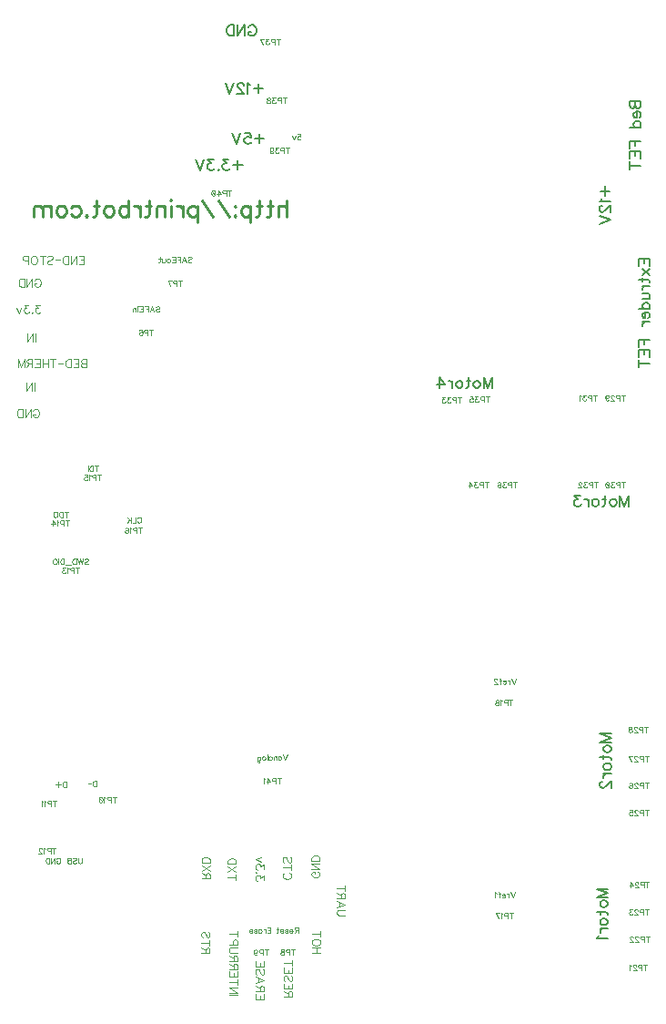
<source format=gbr>
G04 DipTrace 2.4.0.2*
%INBottomSilk.gbr*%
%MOIN*%
%ADD12C,0.003*%
%ADD167C,0.0062*%
%ADD169C,0.0046*%
%ADD170C,0.0093*%
%FSLAX44Y44*%
G04*
G70*
G90*
G75*
G01*
%LNBotSilk*%
%LPD*%
X9131Y31002D2*
D12*
Y30801D1*
X9198Y31002D2*
X9064D1*
X9002Y30897D2*
X8916D1*
X8887Y30906D1*
X8878Y30916D1*
X8868Y30935D1*
Y30964D1*
X8878Y30983D1*
X8887Y30993D1*
X8916Y31002D1*
X9002D1*
Y30801D1*
X8692Y30973D2*
X8701Y30992D1*
X8730Y31002D1*
X8749D1*
X8778Y30992D1*
X8797Y30964D1*
X8806Y30916D1*
Y30868D1*
X8797Y30830D1*
X8778Y30811D1*
X8749Y30801D1*
X8739D1*
X8711Y30811D1*
X8692Y30830D1*
X8682Y30859D1*
Y30868D1*
X8692Y30897D1*
X8711Y30916D1*
X8739Y30925D1*
X8749D1*
X8778Y30916D1*
X8797Y30897D1*
X8806Y30868D1*
X9291Y31834D2*
X9310Y31853D1*
X9338Y31863D1*
X9377D1*
X9405Y31853D1*
X9425Y31834D1*
Y31815D1*
X9415Y31796D1*
X9405Y31786D1*
X9386Y31777D1*
X9329Y31758D1*
X9310Y31748D1*
X9300Y31738D1*
X9291Y31719D1*
Y31691D1*
X9310Y31672D1*
X9338Y31662D1*
X9377D1*
X9405Y31672D1*
X9425Y31691D1*
X9076Y31662D2*
X9152Y31863D1*
X9229Y31662D1*
X9200Y31729D2*
X9104D1*
X8889Y31863D2*
X9014D1*
Y31662D1*
Y31767D2*
X8937D1*
X8703Y31863D2*
X8828D1*
Y31662D1*
X8703D1*
X8828Y31767D2*
X8751D1*
X8642Y31863D2*
X8632Y31853D1*
X8622Y31863D1*
X8632Y31873D1*
X8642Y31863D1*
X8632Y31796D2*
Y31662D1*
X8561Y31796D2*
Y31662D1*
Y31758D2*
X8532Y31786D1*
X8513Y31796D1*
X8484D1*
X8465Y31786D1*
X8455Y31758D1*
Y31662D1*
X10196Y32812D2*
Y32611D1*
X10263Y32812D2*
X10129D1*
X10067Y32707D2*
X9981D1*
X9952Y32716D1*
X9943Y32726D1*
X9933Y32745D1*
Y32774D1*
X9943Y32793D1*
X9952Y32803D1*
X9981Y32812D1*
X10067D1*
Y32611D1*
X9833D2*
X9737Y32812D1*
X9871D1*
X10472Y33644D2*
X10491Y33663D1*
X10520Y33673D1*
X10558D1*
X10587Y33663D1*
X10606Y33644D1*
Y33625D1*
X10597Y33606D1*
X10587Y33596D1*
X10568Y33587D1*
X10511Y33568D1*
X10491Y33558D1*
X10482Y33548D1*
X10472Y33529D1*
Y33501D1*
X10491Y33482D1*
X10520Y33472D1*
X10558D1*
X10587Y33482D1*
X10606Y33501D1*
X10257Y33472D2*
X10334Y33673D1*
X10411Y33472D1*
X10382Y33539D2*
X10286D1*
X10071Y33673D2*
X10196D1*
Y33472D1*
Y33577D2*
X10119D1*
X9885Y33673D2*
X10009D1*
Y33472D1*
X9885D1*
X10009Y33577D2*
X9933D1*
X9776Y33606D2*
X9795Y33596D1*
X9814Y33577D1*
X9823Y33548D1*
Y33529D1*
X9814Y33501D1*
X9795Y33482D1*
X9776Y33472D1*
X9747D1*
X9728Y33482D1*
X9709Y33501D1*
X9699Y33529D1*
Y33548D1*
X9709Y33577D1*
X9728Y33596D1*
X9747Y33606D1*
X9776D1*
X9637D2*
Y33510D1*
X9628Y33482D1*
X9608Y33472D1*
X9580D1*
X9561Y33482D1*
X9532Y33510D1*
Y33606D2*
Y33472D1*
X9441Y33673D2*
Y33510D1*
X9432Y33482D1*
X9413Y33472D1*
X9394D1*
X9470Y33606D2*
X9403D1*
X14325Y8333D2*
Y8132D1*
X14392Y8333D2*
X14258D1*
X14197Y8227D2*
X14110D1*
X14082Y8237D1*
X14072Y8247D1*
X14063Y8266D1*
Y8294D1*
X14072Y8313D1*
X14082Y8323D1*
X14110Y8333D1*
X14197D1*
Y8132D1*
X13953Y8332D2*
X13982Y8323D1*
X13991Y8304D1*
Y8285D1*
X13982Y8266D1*
X13963Y8256D1*
X13924Y8246D1*
X13896Y8237D1*
X13877Y8218D1*
X13867Y8199D1*
Y8170D1*
X13877Y8151D1*
X13886Y8141D1*
X13915Y8132D1*
X13953D1*
X13982Y8141D1*
X13991Y8151D1*
X14001Y8170D1*
Y8199D1*
X13991Y8218D1*
X13972Y8237D1*
X13944Y8246D1*
X13905Y8256D1*
X13886Y8266D1*
X13877Y8285D1*
Y8304D1*
X13886Y8323D1*
X13915Y8332D1*
X13953D1*
X14506Y9047D2*
X14420D1*
X14391Y9057D1*
X14382Y9066D1*
X14372Y9085D1*
Y9105D1*
X14382Y9124D1*
X14391Y9133D1*
X14420Y9143D1*
X14506D1*
Y8942D1*
X14439Y9047D2*
X14372Y8942D1*
X14310Y9018D2*
X14196D1*
Y9038D1*
X14205Y9057D1*
X14215Y9066D1*
X14234Y9076D1*
X14263D1*
X14282Y9066D1*
X14301Y9047D1*
X14310Y9018D1*
Y8999D1*
X14301Y8971D1*
X14282Y8952D1*
X14263Y8942D1*
X14234D1*
X14215Y8952D1*
X14196Y8971D1*
X14029Y9047D2*
X14038Y9066D1*
X14067Y9076D1*
X14096D1*
X14124Y9066D1*
X14134Y9047D1*
X14124Y9028D1*
X14105Y9018D1*
X14057Y9009D1*
X14038Y8999D1*
X14029Y8980D1*
Y8971D1*
X14038Y8952D1*
X14067Y8942D1*
X14096D1*
X14124Y8952D1*
X14134Y8971D1*
X13967Y9018D2*
X13852D1*
Y9038D1*
X13862Y9057D1*
X13871Y9066D1*
X13890Y9076D1*
X13919D1*
X13938Y9066D1*
X13957Y9047D1*
X13967Y9018D1*
Y8999D1*
X13957Y8971D1*
X13938Y8952D1*
X13919Y8942D1*
X13890D1*
X13871Y8952D1*
X13852Y8971D1*
X13762Y9143D2*
Y8980D1*
X13752Y8952D1*
X13733Y8942D1*
X13714D1*
X13790Y9076D2*
X13723D1*
X13337Y8324D2*
Y8123D1*
X13404Y8324D2*
X13270D1*
X13208Y8219D2*
X13122D1*
X13094Y8228D1*
X13084Y8238D1*
X13074Y8257D1*
Y8286D1*
X13084Y8305D1*
X13094Y8314D1*
X13122Y8324D1*
X13208D1*
Y8123D1*
X12888Y8257D2*
X12898Y8228D1*
X12917Y8209D1*
X12946Y8199D1*
X12955D1*
X12984Y8209D1*
X13003Y8228D1*
X13013Y8257D1*
Y8266D1*
X13003Y8295D1*
X12984Y8314D1*
X12955Y8324D1*
X12946D1*
X12917Y8314D1*
X12898Y8295D1*
X12888Y8257D1*
Y8209D1*
X12898Y8161D1*
X12917Y8132D1*
X12946Y8123D1*
X12965D1*
X12993Y8132D1*
X13003Y8152D1*
X13377Y9133D2*
X13501D1*
Y8932D1*
X13377D1*
X13501Y9037D2*
X13425D1*
X13315Y9066D2*
Y8932D1*
Y9008D2*
X13306Y9037D1*
X13287Y9056D1*
X13267Y9066D1*
X13239D1*
X13062D2*
Y8932D1*
Y9037D2*
X13081Y9056D1*
X13100Y9066D1*
X13129D1*
X13148Y9056D1*
X13167Y9037D1*
X13177Y9008D1*
Y8989D1*
X13167Y8961D1*
X13148Y8942D1*
X13129Y8932D1*
X13100D1*
X13081Y8942D1*
X13062Y8961D1*
X12895Y9037D2*
X12905Y9056D1*
X12933Y9066D1*
X12962D1*
X12991Y9056D1*
X13000Y9037D1*
X12991Y9018D1*
X12972Y9008D1*
X12924Y8999D1*
X12905Y8989D1*
X12895Y8970D1*
Y8961D1*
X12905Y8942D1*
X12933Y8932D1*
X12962D1*
X12991Y8942D1*
X13000Y8961D1*
X12833Y9008D2*
X12719D1*
Y9028D1*
X12728Y9047D1*
X12738Y9056D1*
X12757Y9066D1*
X12786D1*
X12805Y9056D1*
X12824Y9037D1*
X12833Y9008D1*
Y8989D1*
X12824Y8961D1*
X12805Y8942D1*
X12786Y8932D1*
X12757D1*
X12738Y8942D1*
X12719Y8961D1*
X7773Y13920D2*
Y13719D1*
X7840Y13920D2*
X7706D1*
X7644Y13814D2*
X7558D1*
X7530Y13824D1*
X7520Y13834D1*
X7510Y13853D1*
Y13881D1*
X7520Y13900D1*
X7530Y13910D1*
X7558Y13920D1*
X7644D1*
Y13719D1*
X7449Y13881D2*
X7429Y13891D1*
X7401Y13919D1*
Y13719D1*
X7281Y13919D2*
X7310Y13910D1*
X7329Y13881D1*
X7339Y13833D1*
Y13805D1*
X7329Y13757D1*
X7310Y13728D1*
X7281Y13719D1*
X7262D1*
X7234Y13728D1*
X7215Y13757D1*
X7205Y13805D1*
Y13833D1*
X7215Y13881D1*
X7234Y13910D1*
X7262Y13919D1*
X7281D1*
X7215Y13881D2*
X7329Y13757D1*
X7113Y14493D2*
Y14292D1*
X7046D1*
X7017Y14302D1*
X6998Y14321D1*
X6989Y14340D1*
X6979Y14368D1*
Y14416D1*
X6989Y14445D1*
X6998Y14464D1*
X7017Y14483D1*
X7046Y14493D1*
X7113D1*
X6917Y14392D2*
X6807D1*
X5590Y13775D2*
Y13574D1*
X5657Y13775D2*
X5523D1*
X5461Y13669D2*
X5375D1*
X5347Y13679D1*
X5337Y13689D1*
X5327Y13708D1*
Y13736D1*
X5337Y13755D1*
X5347Y13765D1*
X5375Y13775D1*
X5461D1*
Y13574D1*
X5266Y13736D2*
X5246Y13746D1*
X5218Y13774D1*
Y13574D1*
X5156Y13736D2*
X5137Y13746D1*
X5108Y13774D1*
Y13574D1*
X6004Y14473D2*
Y14272D1*
X5937D1*
X5908Y14282D1*
X5889Y14301D1*
X5880Y14320D1*
X5870Y14348D1*
Y14396D1*
X5880Y14425D1*
X5889Y14444D1*
X5908Y14463D1*
X5937Y14473D1*
X6004D1*
X5722Y14458D2*
Y14286D1*
X5808Y14372D2*
X5636D1*
X5566Y12053D2*
Y11852D1*
X5633Y12053D2*
X5499D1*
X5438Y11948D2*
X5351D1*
X5323Y11958D1*
X5313Y11967D1*
X5304Y11986D1*
Y12015D1*
X5313Y12034D1*
X5323Y12044D1*
X5351Y12053D1*
X5438D1*
Y11852D1*
X5242Y12015D2*
X5223Y12025D1*
X5194Y12053D1*
Y11852D1*
X5122Y12005D2*
Y12015D1*
X5113Y12034D1*
X5103Y12044D1*
X5084Y12053D1*
X5046D1*
X5027Y12044D1*
X5017Y12034D1*
X5008Y12015D1*
Y11996D1*
X5017Y11977D1*
X5036Y11948D1*
X5132Y11852D1*
X4998D1*
X6581Y11683D2*
Y11539D1*
X6571Y11511D1*
X6552Y11492D1*
X6523Y11482D1*
X6504D1*
X6476Y11492D1*
X6456Y11511D1*
X6447Y11539D1*
Y11683D1*
X6251Y11654D2*
X6270Y11673D1*
X6299Y11683D1*
X6337D1*
X6366Y11673D1*
X6385Y11654D1*
Y11635D1*
X6375Y11616D1*
X6366Y11606D1*
X6347Y11597D1*
X6289Y11578D1*
X6270Y11568D1*
X6261Y11558D1*
X6251Y11539D1*
Y11511D1*
X6270Y11492D1*
X6299Y11482D1*
X6337D1*
X6366Y11492D1*
X6385Y11511D1*
X6189Y11683D2*
Y11482D1*
X6103D1*
X6074Y11492D1*
X6065Y11501D1*
X6055Y11520D1*
Y11549D1*
X6065Y11568D1*
X6074Y11578D1*
X6103Y11587D1*
X6074Y11597D1*
X6065Y11606D1*
X6055Y11625D1*
Y11645D1*
X6065Y11664D1*
X6074Y11673D1*
X6103Y11683D1*
X6189D1*
Y11587D2*
X6103D1*
X5656Y11635D2*
X5665Y11654D1*
X5684Y11673D1*
X5703Y11683D1*
X5742D1*
X5761Y11673D1*
X5780Y11654D1*
X5790Y11635D1*
X5799Y11606D1*
Y11558D1*
X5790Y11530D1*
X5780Y11511D1*
X5761Y11492D1*
X5742Y11482D1*
X5703D1*
X5684Y11492D1*
X5665Y11511D1*
X5656Y11530D1*
Y11558D1*
X5703D1*
X5460Y11683D2*
Y11482D1*
X5594Y11683D1*
Y11482D1*
X5398Y11683D2*
Y11482D1*
X5331D1*
X5302Y11492D1*
X5283Y11511D1*
X5274Y11530D1*
X5264Y11558D1*
Y11606D1*
X5274Y11635D1*
X5283Y11654D1*
X5302Y11673D1*
X5331Y11683D1*
X5398D1*
X6431Y22292D2*
Y22091D1*
X6498Y22292D2*
X6364D1*
X6302Y22187D2*
X6216D1*
X6187Y22196D1*
X6177Y22206D1*
X6168Y22225D1*
Y22254D1*
X6177Y22273D1*
X6187Y22283D1*
X6216Y22292D1*
X6302D1*
Y22091D1*
X6106Y22254D2*
X6087Y22263D1*
X6058Y22292D1*
Y22091D1*
X5977Y22292D2*
X5872D1*
X5929Y22215D1*
X5901D1*
X5882Y22206D1*
X5872Y22196D1*
X5862Y22168D1*
Y22149D1*
X5872Y22120D1*
X5891Y22101D1*
X5920Y22091D1*
X5949D1*
X5977Y22101D1*
X5987Y22110D1*
X5996Y22129D1*
X6685Y22594D2*
X6704Y22613D1*
X6733Y22623D1*
X6771D1*
X6800Y22613D1*
X6819Y22594D1*
Y22575D1*
X6810Y22556D1*
X6800Y22546D1*
X6781Y22537D1*
X6724Y22518D1*
X6704Y22508D1*
X6695Y22498D1*
X6685Y22479D1*
Y22451D1*
X6704Y22432D1*
X6733Y22422D1*
X6771D1*
X6800Y22432D1*
X6819Y22451D1*
X6624Y22623D2*
X6576Y22422D1*
X6528Y22623D1*
X6480Y22422D1*
X6432Y22623D1*
X6370D2*
Y22422D1*
X6303D1*
X6275Y22432D1*
X6255Y22451D1*
X6246Y22470D1*
X6236Y22498D1*
Y22546D1*
X6246Y22575D1*
X6255Y22594D1*
X6275Y22613D1*
X6303Y22623D1*
X6370D1*
X6175Y22389D2*
X5993D1*
X5931Y22623D2*
Y22422D1*
X5864D1*
X5835Y22432D1*
X5816Y22451D1*
X5807Y22470D1*
X5797Y22498D1*
Y22546D1*
X5807Y22575D1*
X5816Y22594D1*
X5835Y22613D1*
X5864Y22623D1*
X5931D1*
X5735D2*
Y22422D1*
X5616Y22623D2*
X5635Y22613D1*
X5654Y22594D1*
X5664Y22575D1*
X5674Y22546D1*
Y22498D1*
X5664Y22470D1*
X5654Y22451D1*
X5635Y22432D1*
X5616Y22422D1*
X5578D1*
X5559Y22432D1*
X5540Y22451D1*
X5530Y22470D1*
X5521Y22498D1*
Y22546D1*
X5530Y22575D1*
X5540Y22594D1*
X5559Y22613D1*
X5578Y22623D1*
X5616D1*
X6045Y24022D2*
Y23821D1*
X6112Y24022D2*
X5978D1*
X5917Y23917D2*
X5830D1*
X5802Y23926D1*
X5792Y23936D1*
X5783Y23955D1*
Y23984D1*
X5792Y24003D1*
X5802Y24013D1*
X5830Y24022D1*
X5917D1*
Y23821D1*
X5721Y23984D2*
X5702Y23993D1*
X5673Y24022D1*
Y23821D1*
X5515D2*
Y24022D1*
X5611Y23888D1*
X5468D1*
X6015Y24353D2*
Y24152D1*
X6082Y24353D2*
X5948D1*
X5886D2*
Y24152D1*
X5820D1*
X5791Y24162D1*
X5772Y24181D1*
X5762Y24200D1*
X5753Y24228D1*
Y24276D1*
X5762Y24305D1*
X5772Y24324D1*
X5791Y24343D1*
X5820Y24353D1*
X5886D1*
X5633D2*
X5653Y24343D1*
X5672Y24324D1*
X5681Y24305D1*
X5691Y24276D1*
Y24228D1*
X5681Y24200D1*
X5672Y24181D1*
X5653Y24162D1*
X5633Y24152D1*
X5595D1*
X5576Y24162D1*
X5557Y24181D1*
X5547Y24200D1*
X5538Y24228D1*
Y24276D1*
X5547Y24305D1*
X5557Y24324D1*
X5576Y24343D1*
X5595Y24353D1*
X5633D1*
X7231Y25692D2*
Y25491D1*
X7298Y25692D2*
X7164D1*
X7102Y25587D2*
X7016D1*
X6987Y25596D1*
X6977Y25606D1*
X6968Y25625D1*
Y25654D1*
X6977Y25673D1*
X6987Y25683D1*
X7016Y25692D1*
X7102D1*
Y25491D1*
X6906Y25654D2*
X6887Y25663D1*
X6858Y25692D1*
Y25491D1*
X6682Y25692D2*
X6777D1*
X6787Y25606D1*
X6777Y25615D1*
X6748Y25625D1*
X6720D1*
X6691Y25615D1*
X6672Y25596D1*
X6662Y25568D1*
Y25549D1*
X6672Y25520D1*
X6691Y25501D1*
X6720Y25491D1*
X6748D1*
X6777Y25501D1*
X6787Y25510D1*
X6796Y25529D1*
X7129Y26023D2*
Y25822D1*
X7196Y26023D2*
X7062D1*
X7000D2*
Y25822D1*
X6933D1*
X6904Y25832D1*
X6885Y25851D1*
X6876Y25870D1*
X6866Y25898D1*
Y25946D1*
X6876Y25975D1*
X6885Y25994D1*
X6904Y26013D1*
X6933Y26023D1*
X7000D1*
X6804D2*
Y25822D1*
X8726Y23762D2*
Y23561D1*
X8793Y23762D2*
X8659D1*
X8597Y23657D2*
X8511D1*
X8482Y23666D1*
X8473Y23676D1*
X8463Y23695D1*
Y23724D1*
X8473Y23743D1*
X8482Y23753D1*
X8511Y23762D1*
X8597D1*
Y23561D1*
X8401Y23724D2*
X8382Y23733D1*
X8353Y23762D1*
Y23561D1*
X8177Y23733D2*
X8186Y23752D1*
X8215Y23762D1*
X8234D1*
X8263Y23752D1*
X8282Y23724D1*
X8292Y23676D1*
Y23628D1*
X8282Y23590D1*
X8263Y23571D1*
X8234Y23561D1*
X8225D1*
X8196Y23571D1*
X8177Y23590D1*
X8167Y23619D1*
Y23628D1*
X8177Y23657D1*
X8196Y23676D1*
X8225Y23685D1*
X8234D1*
X8263Y23676D1*
X8282Y23657D1*
X8292Y23628D1*
X8614Y24105D2*
X8624Y24124D1*
X8643Y24143D1*
X8662Y24153D1*
X8700D1*
X8720Y24143D1*
X8739Y24124D1*
X8748Y24105D1*
X8758Y24076D1*
Y24028D1*
X8748Y24000D1*
X8739Y23981D1*
X8720Y23962D1*
X8700Y23952D1*
X8662D1*
X8643Y23962D1*
X8624Y23981D1*
X8614Y24000D1*
X8553Y24153D2*
Y23952D1*
X8438D1*
X8376Y24153D2*
Y23952D1*
X8242Y24153D2*
X8376Y24019D1*
X8328Y24067D2*
X8242Y23952D1*
X22311Y9662D2*
Y9461D1*
X22378Y9662D2*
X22244D1*
X22182Y9557D2*
X22096D1*
X22067Y9566D1*
X22057Y9576D1*
X22048Y9595D1*
Y9624D1*
X22057Y9643D1*
X22067Y9653D1*
X22096Y9662D1*
X22182D1*
Y9461D1*
X21986Y9624D2*
X21967Y9633D1*
X21938Y9662D1*
Y9461D1*
X21838D2*
X21742Y9662D1*
X21876D1*
X22448Y10423D2*
X22371Y10222D1*
X22295Y10423D1*
X22233Y10356D2*
Y10222D1*
Y10298D2*
X22223Y10327D1*
X22204Y10346D1*
X22185Y10356D1*
X22157D1*
X22095Y10298D2*
X21980D1*
Y10318D1*
X21990Y10337D1*
X21999Y10346D1*
X22018Y10356D1*
X22047D1*
X22066Y10346D1*
X22085Y10327D1*
X22095Y10298D1*
Y10279D1*
X22085Y10251D1*
X22066Y10232D1*
X22047Y10222D1*
X22018D1*
X21999Y10232D1*
X21980Y10251D1*
X21842Y10423D2*
X21861D1*
X21880Y10413D1*
X21890Y10385D1*
Y10222D1*
X21918Y10356D2*
X21851D1*
X21780Y10384D2*
X21761Y10394D1*
X21732Y10423D1*
Y10222D1*
X22300Y17462D2*
Y17261D1*
X22367Y17462D2*
X22233D1*
X22172Y17357D2*
X22086D1*
X22057Y17366D1*
X22047Y17376D1*
X22038Y17395D1*
Y17424D1*
X22047Y17443D1*
X22057Y17453D1*
X22086Y17462D1*
X22172D1*
Y17261D1*
X21976Y17424D2*
X21957Y17433D1*
X21928Y17462D1*
Y17261D1*
X21819Y17462D2*
X21847Y17452D1*
X21857Y17433D1*
Y17414D1*
X21847Y17395D1*
X21828Y17385D1*
X21790Y17376D1*
X21761Y17366D1*
X21742Y17347D1*
X21733Y17328D1*
Y17299D1*
X21742Y17280D1*
X21752Y17271D1*
X21780Y17261D1*
X21819D1*
X21847Y17271D1*
X21857Y17280D1*
X21866Y17299D1*
Y17328D1*
X21857Y17347D1*
X21838Y17366D1*
X21809Y17376D1*
X21771Y17385D1*
X21752Y17395D1*
X21742Y17414D1*
Y17433D1*
X21752Y17452D1*
X21780Y17462D1*
X21819D1*
X22481Y18253D2*
X22404Y18052D1*
X22328Y18253D1*
X22266Y18186D2*
Y18052D1*
Y18128D2*
X22256Y18157D1*
X22237Y18176D1*
X22218Y18186D1*
X22190D1*
X22128Y18128D2*
X22013D1*
Y18148D1*
X22023Y18167D1*
X22032Y18176D1*
X22051Y18186D1*
X22080D1*
X22099Y18176D1*
X22118Y18157D1*
X22128Y18128D1*
Y18109D1*
X22118Y18081D1*
X22099Y18062D1*
X22080Y18052D1*
X22051D1*
X22032Y18062D1*
X22013Y18081D1*
X21875Y18253D2*
X21894D1*
X21913Y18243D1*
X21923Y18215D1*
Y18052D1*
X21951Y18186D2*
X21884D1*
X21803Y18205D2*
Y18214D1*
X21794Y18234D1*
X21784Y18243D1*
X21765Y18253D1*
X21727D1*
X21708Y18243D1*
X21698Y18234D1*
X21689Y18214D1*
Y18195D1*
X21698Y18176D1*
X21717Y18148D1*
X21813Y18052D1*
X21679D1*
X27230Y7767D2*
Y7566D1*
X27297Y7767D2*
X27163D1*
X27101Y7662D2*
X27015D1*
X26986Y7671D1*
X26977Y7681D1*
X26967Y7700D1*
Y7729D1*
X26977Y7748D1*
X26986Y7758D1*
X27015Y7767D1*
X27101D1*
Y7566D1*
X26896Y7719D2*
Y7729D1*
X26886Y7748D1*
X26877Y7757D1*
X26857Y7767D1*
X26819D1*
X26800Y7757D1*
X26791Y7748D1*
X26781Y7729D1*
Y7710D1*
X26791Y7690D1*
X26810Y7662D1*
X26905Y7566D1*
X26771D1*
X26710Y7729D2*
X26690Y7738D1*
X26662Y7767D1*
Y7566D1*
X27305Y8817D2*
Y8616D1*
X27372Y8817D2*
X27238D1*
X27176Y8712D2*
X27090D1*
X27062Y8721D1*
X27052Y8731D1*
X27043Y8750D1*
Y8779D1*
X27052Y8798D1*
X27062Y8808D1*
X27090Y8817D1*
X27176D1*
Y8616D1*
X26971Y8769D2*
Y8779D1*
X26962Y8798D1*
X26952Y8807D1*
X26933Y8817D1*
X26895D1*
X26876Y8807D1*
X26866Y8798D1*
X26856Y8779D1*
Y8760D1*
X26866Y8740D1*
X26885Y8712D1*
X26981Y8616D1*
X26847D1*
X26775Y8769D2*
Y8779D1*
X26766Y8798D1*
X26756Y8807D1*
X26737Y8817D1*
X26699D1*
X26680Y8807D1*
X26670Y8798D1*
X26661Y8779D1*
Y8760D1*
X26670Y8740D1*
X26689Y8712D1*
X26785Y8616D1*
X26651D1*
X27285Y9797D2*
Y9596D1*
X27352Y9797D2*
X27218D1*
X27156Y9692D2*
X27070D1*
X27042Y9701D1*
X27032Y9711D1*
X27023Y9730D1*
Y9759D1*
X27032Y9778D1*
X27042Y9788D1*
X27070Y9797D1*
X27156D1*
Y9596D1*
X26951Y9749D2*
Y9759D1*
X26942Y9778D1*
X26932Y9787D1*
X26913Y9797D1*
X26875D1*
X26856Y9787D1*
X26846Y9778D1*
X26836Y9759D1*
Y9740D1*
X26846Y9720D1*
X26865Y9692D1*
X26961Y9596D1*
X26827D1*
X26746Y9797D2*
X26641D1*
X26698Y9720D1*
X26669D1*
X26650Y9711D1*
X26641Y9701D1*
X26631Y9673D1*
Y9654D1*
X26641Y9625D1*
X26660Y9606D1*
X26689Y9596D1*
X26717D1*
X26746Y9606D1*
X26755Y9615D1*
X26765Y9634D1*
X27302Y10797D2*
Y10596D1*
X27369Y10797D2*
X27236D1*
X27174Y10692D2*
X27088D1*
X27059Y10701D1*
X27049Y10711D1*
X27040Y10730D1*
Y10759D1*
X27049Y10778D1*
X27059Y10788D1*
X27088Y10797D1*
X27174D1*
Y10596D1*
X26968Y10749D2*
Y10759D1*
X26959Y10778D1*
X26949Y10787D1*
X26930Y10797D1*
X26892D1*
X26873Y10787D1*
X26863Y10778D1*
X26854Y10759D1*
Y10740D1*
X26863Y10720D1*
X26882Y10692D1*
X26978Y10596D1*
X26844D1*
X26687D2*
Y10797D1*
X26782Y10663D1*
X26639D1*
X27283Y13439D2*
Y13239D1*
X27350Y13439D2*
X27216D1*
X27154Y13334D2*
X27068D1*
X27039Y13344D1*
X27030Y13353D1*
X27020Y13373D1*
Y13401D1*
X27030Y13420D1*
X27039Y13430D1*
X27068Y13439D1*
X27154D1*
Y13239D1*
X26949Y13392D2*
Y13401D1*
X26939Y13420D1*
X26930Y13430D1*
X26910Y13439D1*
X26872D1*
X26853Y13430D1*
X26844Y13420D1*
X26834Y13401D1*
Y13382D1*
X26844Y13363D1*
X26863Y13334D1*
X26958Y13239D1*
X26824D1*
X26648Y13439D2*
X26743D1*
X26753Y13353D1*
X26743Y13363D1*
X26715Y13373D1*
X26686D1*
X26657Y13363D1*
X26638Y13344D1*
X26629Y13315D1*
Y13296D1*
X26638Y13267D1*
X26657Y13248D1*
X26686Y13239D1*
X26715D1*
X26743Y13248D1*
X26753Y13258D1*
X26763Y13277D1*
X27280Y14427D2*
Y14226D1*
X27347Y14427D2*
X27213D1*
X27152Y14322D2*
X27065D1*
X27037Y14331D1*
X27027Y14341D1*
X27018Y14360D1*
Y14389D1*
X27027Y14408D1*
X27037Y14417D1*
X27065Y14427D1*
X27152D1*
Y14226D1*
X26946Y14379D2*
Y14389D1*
X26937Y14408D1*
X26927Y14417D1*
X26908Y14427D1*
X26870D1*
X26851Y14417D1*
X26841Y14408D1*
X26831Y14389D1*
Y14370D1*
X26841Y14350D1*
X26860Y14322D1*
X26956Y14226D1*
X26822D1*
X26645Y14398D2*
X26655Y14417D1*
X26684Y14427D1*
X26703D1*
X26731Y14417D1*
X26751Y14389D1*
X26760Y14341D1*
Y14293D1*
X26751Y14255D1*
X26731Y14236D1*
X26703Y14226D1*
X26693D1*
X26665Y14236D1*
X26645Y14255D1*
X26636Y14284D1*
Y14293D1*
X26645Y14322D1*
X26665Y14341D1*
X26693Y14350D1*
X26703D1*
X26731Y14341D1*
X26751Y14322D1*
X26760Y14293D1*
X27275Y15417D2*
Y15216D1*
X27342Y15417D2*
X27208D1*
X27146Y15312D2*
X27060D1*
X27032Y15321D1*
X27022Y15331D1*
X27013Y15350D1*
Y15379D1*
X27022Y15398D1*
X27032Y15407D1*
X27060Y15417D1*
X27146D1*
Y15216D1*
X26941Y15369D2*
Y15379D1*
X26932Y15398D1*
X26922Y15407D1*
X26903Y15417D1*
X26865D1*
X26846Y15407D1*
X26836Y15398D1*
X26826Y15379D1*
Y15360D1*
X26836Y15340D1*
X26855Y15312D1*
X26951Y15216D1*
X26817D1*
X26717D2*
X26621Y15417D1*
X26755D1*
X27265Y16479D2*
Y16279D1*
X27332Y16479D2*
X27198D1*
X27136Y16374D2*
X27050D1*
X27022Y16384D1*
X27012Y16393D1*
X27002Y16413D1*
Y16441D1*
X27012Y16460D1*
X27022Y16470D1*
X27050Y16479D1*
X27136D1*
Y16279D1*
X26931Y16432D2*
Y16441D1*
X26921Y16460D1*
X26912Y16470D1*
X26893Y16479D1*
X26854D1*
X26835Y16470D1*
X26826Y16460D1*
X26816Y16441D1*
Y16422D1*
X26826Y16403D1*
X26845Y16374D1*
X26941Y16279D1*
X26807D1*
X26697Y16479D2*
X26726Y16470D1*
X26735Y16451D1*
Y16432D1*
X26726Y16413D1*
X26707Y16403D1*
X26668Y16393D1*
X26640Y16384D1*
X26621Y16365D1*
X26611Y16346D1*
Y16317D1*
X26621Y16298D1*
X26630Y16288D1*
X26659Y16279D1*
X26697D1*
X26726Y16288D1*
X26735Y16298D1*
X26745Y16317D1*
Y16346D1*
X26735Y16365D1*
X26716Y16384D1*
X26688Y16393D1*
X26649Y16403D1*
X26630Y16413D1*
X26621Y16432D1*
Y16451D1*
X26630Y16470D1*
X26659Y16479D1*
X26697D1*
X26409Y28617D2*
Y28416D1*
X26476Y28617D2*
X26342D1*
X26280Y28512D2*
X26194D1*
X26165Y28521D1*
X26156Y28531D1*
X26146Y28550D1*
Y28579D1*
X26156Y28598D1*
X26165Y28608D1*
X26194Y28617D1*
X26280D1*
Y28416D1*
X26075Y28569D2*
Y28579D1*
X26065Y28598D1*
X26056Y28607D1*
X26036Y28617D1*
X25998D1*
X25979Y28607D1*
X25970Y28598D1*
X25960Y28579D1*
Y28560D1*
X25970Y28540D1*
X25989Y28512D1*
X26084Y28416D1*
X25950D1*
X25764Y28550D2*
X25774Y28521D1*
X25793Y28502D1*
X25822Y28493D1*
X25831D1*
X25860Y28502D1*
X25879Y28521D1*
X25889Y28550D1*
Y28560D1*
X25879Y28588D1*
X25860Y28607D1*
X25831Y28617D1*
X25822D1*
X25793Y28607D1*
X25774Y28588D1*
X25764Y28550D1*
Y28502D1*
X25774Y28454D1*
X25793Y28426D1*
X25822Y28416D1*
X25841D1*
X25869Y28426D1*
X25879Y28445D1*
X26424Y25430D2*
Y25229D1*
X26491Y25430D2*
X26357D1*
X26295Y25324D2*
X26209D1*
X26180Y25334D1*
X26170Y25344D1*
X26161Y25363D1*
Y25391D1*
X26170Y25410D1*
X26180Y25420D1*
X26209Y25430D1*
X26295D1*
Y25229D1*
X26080Y25429D2*
X25975D1*
X26032Y25353D1*
X26003D1*
X25984Y25343D1*
X25975Y25334D1*
X25965Y25305D1*
Y25286D1*
X25975Y25257D1*
X25994Y25238D1*
X26023Y25229D1*
X26051D1*
X26080Y25238D1*
X26089Y25248D1*
X26099Y25267D1*
X25846Y25429D2*
X25875Y25420D1*
X25894Y25391D1*
X25903Y25343D1*
Y25315D1*
X25894Y25267D1*
X25875Y25238D1*
X25846Y25229D1*
X25827D1*
X25798Y25238D1*
X25779Y25267D1*
X25769Y25315D1*
Y25343D1*
X25779Y25391D1*
X25798Y25420D1*
X25827Y25429D1*
X25846D1*
X25779Y25391D2*
X25894Y25267D1*
X25391Y28617D2*
Y28416D1*
X25458Y28617D2*
X25324D1*
X25262Y28512D2*
X25176D1*
X25147Y28521D1*
X25137Y28531D1*
X25128Y28550D1*
Y28579D1*
X25137Y28598D1*
X25147Y28608D1*
X25176Y28617D1*
X25262D1*
Y28416D1*
X25047Y28617D2*
X24942D1*
X24999Y28540D1*
X24970D1*
X24951Y28531D1*
X24942Y28521D1*
X24932Y28493D1*
Y28474D1*
X24942Y28445D1*
X24961Y28426D1*
X24990Y28416D1*
X25018D1*
X25047Y28426D1*
X25056Y28435D1*
X25066Y28454D1*
X24870Y28579D2*
X24851Y28588D1*
X24822Y28617D1*
Y28416D1*
X25424Y25430D2*
Y25229D1*
X25491Y25430D2*
X25357D1*
X25295Y25324D2*
X25209D1*
X25180Y25334D1*
X25170Y25344D1*
X25161Y25363D1*
Y25391D1*
X25170Y25410D1*
X25180Y25420D1*
X25209Y25430D1*
X25295D1*
Y25229D1*
X25080Y25429D2*
X24975D1*
X25032Y25353D1*
X25003D1*
X24984Y25343D1*
X24975Y25334D1*
X24965Y25305D1*
Y25286D1*
X24975Y25257D1*
X24994Y25238D1*
X25023Y25229D1*
X25051D1*
X25080Y25238D1*
X25089Y25248D1*
X25099Y25267D1*
X24894Y25382D2*
Y25391D1*
X24884Y25410D1*
X24875Y25420D1*
X24855Y25429D1*
X24817D1*
X24798Y25420D1*
X24789Y25410D1*
X24779Y25391D1*
Y25372D1*
X24789Y25353D1*
X24808Y25324D1*
X24903Y25229D1*
X24769D1*
X20426Y28545D2*
Y28344D1*
X20493Y28545D2*
X20359D1*
X20297Y28439D2*
X20211D1*
X20183Y28449D1*
X20173Y28459D1*
X20163Y28478D1*
Y28506D1*
X20173Y28525D1*
X20183Y28535D1*
X20211Y28545D1*
X20297D1*
Y28344D1*
X20082Y28544D2*
X19977D1*
X20035Y28468D1*
X20006D1*
X19987Y28458D1*
X19977Y28449D1*
X19968Y28420D1*
Y28401D1*
X19977Y28372D1*
X19996Y28353D1*
X20025Y28344D1*
X20054D1*
X20082Y28353D1*
X20092Y28363D1*
X20102Y28382D1*
X19887Y28544D2*
X19782D1*
X19839Y28468D1*
X19810D1*
X19791Y28458D1*
X19782Y28449D1*
X19772Y28420D1*
Y28401D1*
X19782Y28372D1*
X19801Y28353D1*
X19829Y28344D1*
X19858D1*
X19887Y28353D1*
X19896Y28363D1*
X19906Y28382D1*
X21411Y25427D2*
Y25226D1*
X21478Y25427D2*
X21344D1*
X21282Y25322D2*
X21196D1*
X21167Y25331D1*
X21158Y25341D1*
X21148Y25360D1*
Y25389D1*
X21158Y25408D1*
X21167Y25418D1*
X21196Y25427D1*
X21282D1*
Y25226D1*
X21067Y25427D2*
X20962D1*
X21019Y25350D1*
X20991D1*
X20972Y25341D1*
X20962Y25331D1*
X20952Y25303D1*
Y25284D1*
X20962Y25255D1*
X20981Y25236D1*
X21010Y25226D1*
X21039D1*
X21067Y25236D1*
X21077Y25245D1*
X21086Y25264D1*
X20795Y25226D2*
Y25427D1*
X20891Y25293D1*
X20747D1*
X21439Y28555D2*
Y28354D1*
X21506Y28555D2*
X21372D1*
X21310Y28449D2*
X21224D1*
X21195Y28459D1*
X21185Y28469D1*
X21176Y28488D1*
Y28516D1*
X21185Y28535D1*
X21195Y28545D1*
X21224Y28555D1*
X21310D1*
Y28354D1*
X21095Y28554D2*
X20990D1*
X21047Y28478D1*
X21018D1*
X20999Y28468D1*
X20990Y28459D1*
X20980Y28430D1*
Y28411D1*
X20990Y28382D1*
X21009Y28363D1*
X21038Y28354D1*
X21066D1*
X21095Y28363D1*
X21104Y28373D1*
X21114Y28392D1*
X20804Y28554D2*
X20899D1*
X20909Y28468D1*
X20899Y28478D1*
X20870Y28488D1*
X20842D1*
X20813Y28478D1*
X20794Y28459D1*
X20784Y28430D1*
Y28411D1*
X20794Y28382D1*
X20813Y28363D1*
X20842Y28354D1*
X20870D1*
X20899Y28363D1*
X20909Y28373D1*
X20918Y28392D1*
X22454Y25427D2*
Y25226D1*
X22521Y25427D2*
X22387D1*
X22325Y25322D2*
X22239D1*
X22210Y25331D1*
X22201Y25341D1*
X22191Y25360D1*
Y25389D1*
X22201Y25408D1*
X22210Y25418D1*
X22239Y25427D1*
X22325D1*
Y25226D1*
X22110Y25427D2*
X22005D1*
X22062Y25350D1*
X22034D1*
X22015Y25341D1*
X22005Y25331D1*
X21995Y25303D1*
Y25284D1*
X22005Y25255D1*
X22024Y25236D1*
X22053Y25226D1*
X22082D1*
X22110Y25236D1*
X22120Y25245D1*
X22129Y25264D1*
X21819Y25398D2*
X21828Y25417D1*
X21857Y25427D1*
X21876D1*
X21905Y25417D1*
X21924Y25389D1*
X21934Y25341D1*
Y25293D1*
X21924Y25255D1*
X21905Y25236D1*
X21876Y25226D1*
X21867D1*
X21838Y25236D1*
X21819Y25255D1*
X21809Y25284D1*
Y25293D1*
X21819Y25322D1*
X21838Y25341D1*
X21867Y25350D1*
X21876D1*
X21905Y25341D1*
X21924Y25322D1*
X21934Y25293D1*
X13774Y41652D2*
Y41451D1*
X13841Y41652D2*
X13707D1*
X13645Y41547D2*
X13559D1*
X13530Y41556D1*
X13520Y41566D1*
X13511Y41585D1*
Y41614D1*
X13520Y41633D1*
X13530Y41643D1*
X13559Y41652D1*
X13645D1*
Y41451D1*
X13430Y41652D2*
X13325D1*
X13382Y41575D1*
X13353D1*
X13334Y41566D1*
X13325Y41556D1*
X13315Y41528D1*
Y41509D1*
X13325Y41480D1*
X13344Y41461D1*
X13373Y41451D1*
X13401D1*
X13430Y41461D1*
X13439Y41470D1*
X13449Y41489D1*
X13215Y41451D2*
X13119Y41652D1*
X13253D1*
X14013Y39492D2*
Y39291D1*
X14080Y39492D2*
X13946D1*
X13885Y39387D2*
X13799D1*
X13770Y39396D1*
X13760Y39406D1*
X13751Y39425D1*
Y39454D1*
X13760Y39473D1*
X13770Y39483D1*
X13799Y39492D1*
X13885D1*
Y39291D1*
X13670Y39492D2*
X13565D1*
X13622Y39415D1*
X13593D1*
X13574Y39406D1*
X13565Y39396D1*
X13555Y39368D1*
Y39349D1*
X13565Y39320D1*
X13584Y39301D1*
X13613Y39291D1*
X13641D1*
X13670Y39301D1*
X13679Y39310D1*
X13689Y39329D1*
X13446Y39492D2*
X13474Y39482D1*
X13484Y39463D1*
Y39444D1*
X13474Y39425D1*
X13455Y39415D1*
X13417Y39406D1*
X13388Y39396D1*
X13369Y39377D1*
X13360Y39358D1*
Y39329D1*
X13369Y39310D1*
X13379Y39301D1*
X13407Y39291D1*
X13446D1*
X13474Y39301D1*
X13484Y39310D1*
X13493Y39329D1*
Y39358D1*
X13484Y39377D1*
X13465Y39396D1*
X13436Y39406D1*
X13398Y39415D1*
X13379Y39425D1*
X13369Y39444D1*
Y39463D1*
X13379Y39482D1*
X13407Y39492D1*
X13446D1*
X14119Y37672D2*
Y37471D1*
X14186Y37672D2*
X14052D1*
X13990Y37567D2*
X13904D1*
X13875Y37576D1*
X13866Y37586D1*
X13856Y37605D1*
Y37634D1*
X13866Y37653D1*
X13875Y37663D1*
X13904Y37672D1*
X13990D1*
Y37471D1*
X13775Y37672D2*
X13670D1*
X13727Y37595D1*
X13699D1*
X13680Y37586D1*
X13670Y37576D1*
X13660Y37548D1*
Y37529D1*
X13670Y37500D1*
X13689Y37481D1*
X13718Y37471D1*
X13747D1*
X13775Y37481D1*
X13785Y37490D1*
X13794Y37509D1*
X13474Y37605D2*
X13484Y37576D1*
X13503Y37557D1*
X13532Y37548D1*
X13541D1*
X13570Y37557D1*
X13589Y37576D1*
X13599Y37605D1*
Y37615D1*
X13589Y37643D1*
X13570Y37662D1*
X13541Y37672D1*
X13532D1*
X13503Y37662D1*
X13484Y37643D1*
X13474Y37605D1*
Y37557D1*
X13484Y37509D1*
X13503Y37481D1*
X13532Y37471D1*
X13551D1*
X13579Y37481D1*
X13589Y37500D1*
X14495Y38158D2*
X14591D1*
X14601Y38072D1*
X14591Y38081D1*
X14562Y38091D1*
X14534D1*
X14505Y38081D1*
X14486Y38062D1*
X14476Y38033D1*
Y38014D1*
X14486Y37986D1*
X14505Y37966D1*
X14534Y37957D1*
X14562D1*
X14591Y37966D1*
X14601Y37976D1*
X14610Y37995D1*
X14415Y38091D2*
X14357Y37957D1*
X14300Y38091D1*
X11998Y36112D2*
Y35911D1*
X12065Y36112D2*
X11931D1*
X11870Y36007D2*
X11783D1*
X11755Y36016D1*
X11745Y36026D1*
X11736Y36045D1*
Y36074D1*
X11745Y36093D1*
X11755Y36103D1*
X11783Y36112D1*
X11870D1*
Y35911D1*
X11578D2*
Y36112D1*
X11674Y35978D1*
X11530D1*
X11411Y36112D2*
X11440Y36102D1*
X11459Y36074D1*
X11469Y36026D1*
Y35997D1*
X11459Y35949D1*
X11440Y35921D1*
X11411Y35911D1*
X11392D1*
X11363Y35921D1*
X11344Y35949D1*
X11335Y35997D1*
Y36026D1*
X11344Y36074D1*
X11363Y36102D1*
X11392Y36112D1*
X11411D1*
X11344Y36074D2*
X11459Y35949D1*
X13815Y14602D2*
Y14401D1*
X13882Y14602D2*
X13748D1*
X13687Y14497D2*
X13600D1*
X13572Y14506D1*
X13562Y14516D1*
X13553Y14535D1*
Y14564D1*
X13562Y14583D1*
X13572Y14593D1*
X13600Y14602D1*
X13687D1*
Y14401D1*
X13395D2*
Y14602D1*
X13491Y14468D1*
X13347D1*
X13286Y14564D2*
X13266Y14573D1*
X13238Y14602D1*
Y14401D1*
X14109Y15463D2*
X14032Y15262D1*
X13956Y15463D1*
X13779Y15396D2*
Y15262D1*
Y15367D2*
X13798Y15386D1*
X13817Y15396D1*
X13846D1*
X13865Y15386D1*
X13884Y15367D1*
X13894Y15338D1*
Y15319D1*
X13884Y15291D1*
X13865Y15272D1*
X13846Y15262D1*
X13817D1*
X13798Y15272D1*
X13779Y15291D1*
X13717Y15396D2*
Y15262D1*
Y15358D2*
X13689Y15386D1*
X13670Y15396D1*
X13641D1*
X13622Y15386D1*
X13612Y15358D1*
Y15262D1*
X13436Y15396D2*
Y15262D1*
Y15367D2*
X13455Y15386D1*
X13474Y15396D1*
X13503D1*
X13522Y15386D1*
X13541Y15367D1*
X13550Y15338D1*
Y15319D1*
X13541Y15291D1*
X13522Y15272D1*
X13503Y15262D1*
X13474D1*
X13455Y15272D1*
X13436Y15291D1*
X13374Y15463D2*
Y15262D1*
X13264Y15396D2*
X13283Y15386D1*
X13303Y15367D1*
X13312Y15338D1*
Y15319D1*
X13303Y15291D1*
X13283Y15272D1*
X13264Y15262D1*
X13236D1*
X13217Y15272D1*
X13198Y15291D1*
X13188Y15319D1*
Y15338D1*
X13198Y15367D1*
X13217Y15386D1*
X13236Y15396D1*
X13264D1*
X13011Y15386D2*
Y15233D1*
X13021Y15205D1*
X13030Y15195D1*
X13050Y15185D1*
X13078D1*
X13097Y15195D1*
X13011Y15358D2*
X13030Y15377D1*
X13050Y15386D1*
X13078D1*
X13097Y15377D1*
X13117Y15358D1*
X13126Y15329D1*
Y15310D1*
X13117Y15281D1*
X13097Y15262D1*
X13078Y15252D1*
X13050D1*
X13030Y15262D1*
X13011Y15281D1*
X14090Y35751D2*
D170*
Y35148D1*
Y35435D2*
X14004Y35521D1*
X13946Y35550D1*
X13860D1*
X13803Y35521D1*
X13775Y35435D1*
Y35148D1*
X13503Y35751D2*
Y35262D1*
X13475Y35177D1*
X13417Y35148D1*
X13360D1*
X13589Y35550D2*
X13388D1*
X13088Y35751D2*
Y35262D1*
X13060Y35177D1*
X13002Y35148D1*
X12945D1*
X13175Y35550D2*
X12974D1*
X12760D2*
Y34947D1*
Y35463D2*
X12702Y35520D1*
X12645Y35550D1*
X12559D1*
X12501Y35520D1*
X12444Y35463D1*
X12415Y35377D1*
Y35319D1*
X12444Y35234D1*
X12501Y35176D1*
X12559Y35148D1*
X12645D1*
X12702Y35176D1*
X12760Y35234D1*
X12201Y35550D2*
X12230Y35520D1*
X12201Y35492D1*
X12172Y35520D1*
X12201Y35550D1*
Y35205D2*
X12230Y35176D1*
X12201Y35148D1*
X12172Y35176D1*
X12201Y35205D1*
X11987Y35148D2*
X11585Y35750D1*
X11400Y35148D2*
X10998Y35750D1*
X10812Y35550D2*
Y34947D1*
Y35463D2*
X10755Y35520D1*
X10698Y35550D1*
X10611D1*
X10554Y35520D1*
X10497Y35463D1*
X10467Y35377D1*
Y35319D1*
X10497Y35234D1*
X10554Y35176D1*
X10611Y35148D1*
X10698D1*
X10755Y35176D1*
X10812Y35234D1*
X10282Y35550D2*
Y35148D1*
Y35377D2*
X10253Y35463D1*
X10196Y35521D1*
X10138Y35550D1*
X10052D1*
X9867Y35751D2*
X9838Y35722D1*
X9809Y35751D1*
X9838Y35780D1*
X9867Y35751D1*
X9838Y35550D2*
Y35148D1*
X9624Y35550D2*
Y35148D1*
Y35435D2*
X9538Y35521D1*
X9480Y35550D1*
X9394D1*
X9337Y35521D1*
X9308Y35435D1*
Y35148D1*
X9037Y35751D2*
Y35262D1*
X9008Y35177D1*
X8950Y35148D1*
X8893D1*
X9123Y35550D2*
X8922D1*
X8708D2*
Y35148D1*
Y35377D2*
X8679Y35463D1*
X8622Y35521D1*
X8564Y35550D1*
X8478D1*
X8293Y35751D2*
Y35148D1*
Y35463D2*
X8235Y35521D1*
X8178Y35550D1*
X8092D1*
X8035Y35521D1*
X7977Y35463D1*
X7948Y35377D1*
Y35320D1*
X7977Y35234D1*
X8035Y35177D1*
X8092Y35148D1*
X8178D1*
X8235Y35177D1*
X8293Y35234D1*
X7620Y35550D2*
X7677Y35521D1*
X7735Y35463D1*
X7763Y35377D1*
Y35320D1*
X7735Y35234D1*
X7677Y35177D1*
X7620Y35148D1*
X7534D1*
X7476Y35177D1*
X7419Y35234D1*
X7390Y35320D1*
Y35377D1*
X7419Y35463D1*
X7476Y35521D1*
X7534Y35550D1*
X7620D1*
X7118Y35751D2*
Y35262D1*
X7090Y35177D1*
X7032Y35148D1*
X6975D1*
X7204Y35550D2*
X7004D1*
X6761Y35205D2*
X6790Y35176D1*
X6761Y35148D1*
X6732Y35176D1*
X6761Y35205D1*
X6202Y35463D2*
X6260Y35521D1*
X6317Y35550D1*
X6403D1*
X6461Y35521D1*
X6518Y35463D1*
X6547Y35377D1*
Y35320D1*
X6518Y35234D1*
X6461Y35177D1*
X6403Y35148D1*
X6317D1*
X6260Y35177D1*
X6202Y35234D1*
X5873Y35550D2*
X5930Y35521D1*
X5988Y35463D1*
X6017Y35377D1*
Y35320D1*
X5988Y35234D1*
X5930Y35177D1*
X5873Y35148D1*
X5787D1*
X5729Y35177D1*
X5672Y35234D1*
X5643Y35320D1*
Y35377D1*
X5672Y35463D1*
X5729Y35521D1*
X5787Y35550D1*
X5873D1*
X5458D2*
Y35148D1*
Y35435D2*
X5372Y35521D1*
X5314Y35550D1*
X5228D1*
X5171Y35521D1*
X5142Y35435D1*
Y35148D1*
Y35435D2*
X5056Y35521D1*
X4998Y35550D1*
X4913D1*
X4855Y35521D1*
X4826Y35435D1*
Y35148D1*
X25970Y15917D2*
D167*
X25568D1*
X25970Y16070D1*
X25568Y16223D1*
X25970D1*
X25702Y15698D2*
X25721Y15736D1*
X25760Y15774D1*
X25817Y15793D1*
X25855D1*
X25913Y15774D1*
X25951Y15736D1*
X25970Y15698D1*
Y15640D1*
X25951Y15602D1*
X25913Y15564D1*
X25855Y15544D1*
X25817D1*
X25760Y15564D1*
X25721Y15602D1*
X25702Y15640D1*
Y15698D1*
X25568Y15363D2*
X25894D1*
X25951Y15344D1*
X25970Y15306D1*
Y15268D1*
X25702Y15421D2*
Y15287D1*
Y15049D2*
X25721Y15087D1*
X25760Y15125D1*
X25817Y15144D1*
X25855D1*
X25913Y15125D1*
X25951Y15087D1*
X25970Y15049D1*
Y14991D1*
X25951Y14953D1*
X25913Y14915D1*
X25855Y14895D1*
X25817D1*
X25760Y14915D1*
X25721Y14953D1*
X25702Y14991D1*
Y15049D1*
Y14772D2*
X25970D1*
X25817D2*
X25760Y14752D1*
X25721Y14714D1*
X25702Y14676D1*
Y14618D1*
X25664Y14475D2*
X25645D1*
X25607Y14456D1*
X25588Y14437D1*
X25569Y14399D1*
Y14322D1*
X25588Y14284D1*
X25607Y14265D1*
X25645Y14246D1*
X25683D1*
X25722Y14265D1*
X25779Y14303D1*
X25970Y14495D1*
Y14227D1*
X25845Y10245D2*
X25443D1*
X25845Y10398D1*
X25443Y10551D1*
X25845D1*
X25577Y10026D2*
X25596Y10064D1*
X25635Y10102D1*
X25692Y10121D1*
X25730D1*
X25788Y10102D1*
X25826Y10064D1*
X25845Y10026D1*
Y9968D1*
X25826Y9930D1*
X25788Y9892D1*
X25730Y9872D1*
X25692D1*
X25635Y9892D1*
X25596Y9930D1*
X25577Y9968D1*
Y10026D1*
X25443Y9691D2*
X25769D1*
X25826Y9672D1*
X25845Y9634D1*
Y9596D1*
X25577Y9749D2*
Y9615D1*
Y9377D2*
X25596Y9415D1*
X25635Y9453D1*
X25692Y9472D1*
X25730D1*
X25788Y9453D1*
X25826Y9415D1*
X25845Y9377D1*
Y9319D1*
X25826Y9281D1*
X25788Y9243D1*
X25730Y9223D1*
X25692D1*
X25635Y9243D1*
X25596Y9281D1*
X25577Y9319D1*
Y9377D1*
Y9100D2*
X25845D1*
X25692D2*
X25635Y9080D1*
X25596Y9042D1*
X25577Y9004D1*
Y8946D1*
X25520Y8823D2*
X25501Y8784D1*
X25444Y8727D1*
X25845D1*
X14185Y11133D2*
D169*
X14213Y11118D1*
X14242Y11090D1*
X14256Y11061D1*
Y11004D1*
X14242Y10975D1*
X14213Y10946D1*
X14185Y10932D1*
X14142Y10917D1*
X14070D1*
X14027Y10932D1*
X13998Y10946D1*
X13969Y10975D1*
X13955Y11004D1*
Y11061D1*
X13969Y11090D1*
X13998Y11118D1*
X14027Y11133D1*
X14256Y11326D2*
X13955D1*
X14256Y11225D2*
Y11426D1*
X14213Y11720D2*
X14242Y11691D1*
X14256Y11648D1*
Y11591D1*
X14242Y11548D1*
X14213Y11519D1*
X14185D1*
X14156Y11533D1*
X14142Y11548D1*
X14127Y11576D1*
X14098Y11662D1*
X14084Y11691D1*
X14070Y11706D1*
X14041Y11720D1*
X13998D1*
X13969Y11691D1*
X13955Y11648D1*
Y11591D1*
X13969Y11548D1*
X13998Y11519D1*
X11125Y8188D2*
Y8317D1*
X11140Y8360D1*
X11154Y8374D1*
X11182Y8389D1*
X11211D1*
X11240Y8374D1*
X11254Y8360D1*
X11269Y8317D1*
Y8188D1*
X10967D1*
X11125Y8288D2*
X10967Y8389D1*
X11269Y8582D2*
X10967D1*
X11269Y8481D2*
Y8682D1*
X11226Y8976D2*
X11254Y8947D1*
X11269Y8904D1*
Y8847D1*
X11254Y8804D1*
X11226Y8775D1*
X11197D1*
X11168Y8789D1*
X11154Y8804D1*
X11140Y8832D1*
X11111Y8918D1*
X11097Y8947D1*
X11082Y8961D1*
X11053Y8976D1*
X11010D1*
X10982Y8947D1*
X10967Y8904D1*
Y8847D1*
X10982Y8804D1*
X11010Y8775D1*
X12234Y10977D2*
X11933D1*
X12234Y10877D2*
Y11078D1*
Y11170D2*
X11933Y11371D1*
X12234D2*
X11933Y11170D1*
X12234Y11464D2*
X11933D1*
Y11565D1*
X11948Y11608D1*
X11976Y11636D1*
X12005Y11651D1*
X12048Y11665D1*
X12120D1*
X12163Y11651D1*
X12191Y11636D1*
X12220Y11608D1*
X12234Y11565D1*
Y11464D1*
X11128Y10924D2*
Y11053D1*
X11143Y11096D1*
X11157Y11111D1*
X11186Y11125D1*
X11215D1*
X11243Y11111D1*
X11258Y11096D1*
X11272Y11053D1*
Y10924D1*
X10970D1*
X11128Y11025D2*
X10970Y11125D1*
X11272Y11218D2*
X10970Y11419D1*
X11272D2*
X10970Y11218D1*
X11272Y11512D2*
X10970D1*
Y11612D1*
X10985Y11655D1*
X11014Y11684D1*
X11042Y11698D1*
X11085Y11712D1*
X11157D1*
X11200Y11698D1*
X11229Y11684D1*
X11258Y11655D1*
X11272Y11612D1*
Y11512D1*
X15230Y11183D2*
X15258Y11168D1*
X15287Y11140D1*
X15301Y11111D1*
Y11054D1*
X15287Y11025D1*
X15258Y10996D1*
X15230Y10982D1*
X15187Y10967D1*
X15115D1*
X15072Y10982D1*
X15043Y10996D1*
X15014Y11025D1*
X15000Y11054D1*
Y11111D1*
X15014Y11140D1*
X15043Y11168D1*
X15072Y11183D1*
X15115D1*
Y11111D1*
X15301Y11476D2*
X15000D1*
X15301Y11275D1*
X15000D1*
X15301Y11569D2*
X15000D1*
Y11669D1*
X15014Y11712D1*
X15043Y11741D1*
X15072Y11756D1*
X15115Y11770D1*
X15187D1*
X15230Y11756D1*
X15258Y11741D1*
X15287Y11712D1*
X15301Y11669D1*
Y11569D1*
X26298Y24548D2*
D167*
Y24950D1*
X26451Y24548D1*
X26604Y24950D1*
Y24548D1*
X26079Y24816D2*
X26117Y24797D1*
X26155Y24758D1*
X26174Y24701D1*
Y24663D1*
X26155Y24605D1*
X26117Y24567D1*
X26079Y24548D1*
X26021D1*
X25983Y24567D1*
X25945Y24605D1*
X25926Y24663D1*
Y24701D1*
X25945Y24758D1*
X25983Y24797D1*
X26021Y24816D1*
X26079D1*
X25745Y24950D2*
Y24624D1*
X25726Y24567D1*
X25687Y24548D1*
X25649D1*
X25802Y24816D2*
X25668D1*
X25430D2*
X25468Y24797D1*
X25506Y24758D1*
X25525Y24701D1*
Y24663D1*
X25506Y24605D1*
X25468Y24567D1*
X25430Y24548D1*
X25373D1*
X25334Y24567D1*
X25296Y24605D1*
X25277Y24663D1*
Y24701D1*
X25296Y24758D1*
X25334Y24797D1*
X25373Y24816D1*
X25430D1*
X25153D2*
Y24548D1*
Y24701D2*
X25134Y24758D1*
X25096Y24797D1*
X25057Y24816D1*
X25000D1*
X24838Y24949D2*
X24628D1*
X24742Y24796D1*
X24685D1*
X24647Y24777D1*
X24628Y24758D1*
X24608Y24701D1*
Y24663D1*
X24628Y24605D1*
X24666Y24567D1*
X24723Y24548D1*
X24781D1*
X24838Y24567D1*
X24857Y24586D1*
X24876Y24624D1*
X21307Y28870D2*
Y29272D1*
X21460Y28870D1*
X21613Y29272D1*
Y28870D1*
X21088Y29138D2*
X21126Y29119D1*
X21165Y29080D1*
X21184Y29023D1*
Y28985D1*
X21165Y28927D1*
X21126Y28889D1*
X21088Y28870D1*
X21031D1*
X20993Y28889D1*
X20954Y28927D1*
X20935Y28985D1*
Y29023D1*
X20954Y29080D1*
X20993Y29119D1*
X21031Y29138D1*
X21088D1*
X20754Y29272D2*
Y28947D1*
X20735Y28889D1*
X20697Y28870D1*
X20659D1*
X20812Y29138D2*
X20678D1*
X20440D2*
X20478Y29119D1*
X20516Y29080D1*
X20535Y29023D1*
Y28985D1*
X20516Y28927D1*
X20478Y28889D1*
X20440Y28870D1*
X20382D1*
X20344Y28889D1*
X20306Y28927D1*
X20286Y28985D1*
Y29023D1*
X20306Y29080D1*
X20344Y29119D1*
X20382Y29138D1*
X20440D1*
X20163D2*
Y28870D1*
Y29023D2*
X20143Y29080D1*
X20105Y29119D1*
X20067Y29138D1*
X20009D1*
X19694Y28870D2*
Y29271D1*
X19886Y29004D1*
X19599D1*
X6470Y33707D2*
D169*
X6656D1*
Y33406D1*
X6470D1*
X6656Y33563D2*
X6541D1*
X6176Y33707D2*
Y33406D1*
X6377Y33707D1*
Y33406D1*
X6084Y33707D2*
Y33406D1*
X5983D1*
X5940Y33420D1*
X5911Y33449D1*
X5897Y33478D1*
X5883Y33520D1*
Y33592D1*
X5897Y33635D1*
X5911Y33664D1*
X5940Y33693D1*
X5983Y33707D1*
X6084D1*
X5790Y33556D2*
X5624D1*
X5331Y33664D2*
X5359Y33693D1*
X5402Y33707D1*
X5460D1*
X5503Y33693D1*
X5532Y33664D1*
Y33635D1*
X5517Y33607D1*
X5503Y33592D1*
X5474Y33578D1*
X5388Y33549D1*
X5359Y33535D1*
X5345Y33520D1*
X5331Y33492D1*
Y33449D1*
X5359Y33420D1*
X5402Y33406D1*
X5460D1*
X5503Y33420D1*
X5532Y33449D1*
X5137Y33707D2*
Y33406D1*
X5238Y33707D2*
X5037D1*
X4858D2*
X4887Y33693D1*
X4916Y33664D1*
X4930Y33635D1*
X4944Y33592D1*
Y33520D1*
X4930Y33478D1*
X4916Y33449D1*
X4887Y33420D1*
X4858Y33406D1*
X4801D1*
X4772Y33420D1*
X4743Y33449D1*
X4729Y33478D1*
X4715Y33520D1*
Y33592D1*
X4729Y33635D1*
X4743Y33664D1*
X4772Y33693D1*
X4801Y33707D1*
X4858D1*
X4622Y33549D2*
X4493D1*
X4450Y33563D1*
X4436Y33578D1*
X4421Y33607D1*
Y33650D1*
X4436Y33678D1*
X4450Y33693D1*
X4493Y33707D1*
X4622D1*
Y33406D1*
X26987Y33350D2*
D167*
Y33598D1*
X27389D1*
Y33350D1*
X27179Y33598D2*
Y33445D1*
X27121Y33226D2*
X27389Y33016D1*
X27121D2*
X27389Y33226D1*
X26987Y32835D2*
X27313D1*
X27370Y32816D1*
X27389Y32777D1*
Y32739D1*
X27121Y32892D2*
Y32758D1*
Y32616D2*
X27389D1*
X27236D2*
X27179Y32596D1*
X27140Y32558D1*
X27121Y32520D1*
Y32462D1*
Y32339D2*
X27313D1*
X27370Y32320D1*
X27389Y32281D1*
Y32224D1*
X27370Y32186D1*
X27313Y32128D1*
X27121D2*
X27389D1*
X26987Y31775D2*
X27389D1*
X27179D2*
X27140Y31813D1*
X27121Y31852D1*
Y31909D1*
X27140Y31947D1*
X27179Y31986D1*
X27236Y32005D1*
X27274D1*
X27332Y31986D1*
X27370Y31947D1*
X27389Y31909D1*
Y31852D1*
X27370Y31813D1*
X27332Y31775D1*
X27236Y31652D2*
Y31422D1*
X27198D1*
X27159Y31441D1*
X27140Y31460D1*
X27121Y31499D1*
Y31556D1*
X27140Y31594D1*
X27179Y31633D1*
X27236Y31652D1*
X27274D1*
X27332Y31633D1*
X27370Y31594D1*
X27389Y31556D1*
Y31499D1*
X27370Y31460D1*
X27332Y31422D1*
X27121Y31299D2*
X27389D1*
X27236D2*
X27179Y31279D1*
X27140Y31241D1*
X27121Y31203D1*
Y31145D1*
X26987Y30384D2*
Y30633D1*
X27389D1*
X27179D2*
Y30480D1*
X26987Y30012D2*
Y30261D1*
X27389D1*
Y30012D1*
X27179Y30261D2*
Y30108D1*
X26987Y29755D2*
X27389D1*
X26987Y29889D2*
Y29621D1*
X26662Y39384D2*
X27064D1*
Y39212D1*
X27045Y39154D1*
X27026Y39135D1*
X26988Y39116D1*
X26930D1*
X26892Y39135D1*
X26873Y39154D1*
X26854Y39212D1*
X26834Y39154D1*
X26815Y39135D1*
X26777Y39116D1*
X26739D1*
X26701Y39135D1*
X26681Y39154D1*
X26662Y39212D1*
Y39384D1*
X26854D2*
Y39212D1*
X26911Y38993D2*
Y38763D1*
X26873D1*
X26834Y38782D1*
X26815Y38801D1*
X26796Y38840D1*
Y38897D1*
X26815Y38935D1*
X26854Y38974D1*
X26911Y38993D1*
X26949D1*
X27007Y38974D1*
X27045Y38935D1*
X27064Y38897D1*
Y38840D1*
X27045Y38801D1*
X27007Y38763D1*
X26662Y38410D2*
X27064D1*
X26854D2*
X26815Y38448D1*
X26796Y38487D1*
Y38544D1*
X26815Y38582D1*
X26854Y38621D1*
X26911Y38640D1*
X26949D1*
X27007Y38621D1*
X27045Y38582D1*
X27064Y38544D1*
Y38487D1*
X27045Y38448D1*
X27007Y38410D1*
X26662Y37649D2*
Y37898D1*
X27064D1*
X26854D2*
Y37745D1*
X26662Y37277D2*
Y37526D1*
X27064D1*
Y37277D1*
X26854Y37526D2*
Y37373D1*
X26662Y37020D2*
X27064D1*
X26662Y37154D2*
Y36886D1*
X25579Y36083D2*
X25923D1*
X25751Y36255D2*
Y35911D1*
X25627Y35787D2*
X25607Y35749D1*
X25550Y35692D1*
X25952D1*
X25646Y35549D2*
X25627D1*
X25588Y35530D1*
X25569Y35511D1*
X25550Y35472D1*
Y35396D1*
X25569Y35358D1*
X25588Y35339D1*
X25627Y35319D1*
X25665D1*
X25703Y35339D1*
X25760Y35377D1*
X25952Y35568D1*
Y35300D1*
X25550Y35177D2*
X25952Y35024D1*
X25550Y34871D1*
X6758Y29927D2*
D169*
Y29626D1*
X6628D1*
X6585Y29640D1*
X6571Y29654D1*
X6557Y29683D1*
Y29726D1*
X6571Y29755D1*
X6585Y29769D1*
X6628Y29783D1*
X6585Y29798D1*
X6571Y29812D1*
X6557Y29841D1*
Y29870D1*
X6571Y29898D1*
X6585Y29913D1*
X6628Y29927D1*
X6758D1*
Y29783D2*
X6628D1*
X6278Y29927D2*
X6464D1*
Y29626D1*
X6278D1*
X6464Y29783D2*
X6349D1*
X6185Y29927D2*
Y29626D1*
X6085D1*
X6041Y29640D1*
X6013Y29669D1*
X5998Y29698D1*
X5984Y29740D1*
Y29812D1*
X5998Y29855D1*
X6013Y29884D1*
X6041Y29913D1*
X6085Y29927D1*
X6185D1*
X5891Y29776D2*
X5726D1*
X5533Y29927D2*
Y29626D1*
X5633Y29927D2*
X5432D1*
X5339D2*
Y29626D1*
X5138Y29927D2*
Y29626D1*
X5339Y29783D2*
X5138D1*
X4859Y29927D2*
X5046D1*
Y29626D1*
X4859D1*
X5046Y29783D2*
X4931D1*
X4767D2*
X4638D1*
X4595Y29798D1*
X4580Y29812D1*
X4566Y29841D1*
Y29870D1*
X4580Y29898D1*
X4595Y29913D1*
X4638Y29927D1*
X4767D1*
Y29626D1*
X4666Y29783D2*
X4566Y29626D1*
X4244D2*
Y29927D1*
X4359Y29626D1*
X4473Y29927D1*
Y29626D1*
X16225Y9573D2*
X16010D1*
X15967Y9588D1*
X15939Y9616D1*
X15924Y9660D1*
Y9688D1*
X15939Y9731D1*
X15967Y9760D1*
X16010Y9774D1*
X16225D1*
X15924Y10097D2*
X16225Y9982D1*
X15924Y9867D1*
X16024Y9910D2*
Y10054D1*
X16082Y10189D2*
Y10318D1*
X16096Y10362D1*
X16111Y10376D1*
X16139Y10390D1*
X16168D1*
X16197Y10376D1*
X16211Y10362D1*
X16225Y10318D1*
Y10189D1*
X15924D1*
X16082Y10290D2*
X15924Y10390D1*
X16225Y10583D2*
X15924D1*
X16225Y10483D2*
Y10684D1*
X13051Y40004D2*
D167*
Y39659D1*
X13223Y39831D2*
X12879D1*
X12755Y39956D2*
X12717Y39975D1*
X12659Y40032D1*
Y39631D1*
X12516Y39937D2*
Y39956D1*
X12497Y39994D1*
X12478Y40013D1*
X12440Y40032D1*
X12363D1*
X12325Y40013D1*
X12306Y39994D1*
X12287Y39956D1*
Y39918D1*
X12306Y39879D1*
X12344Y39822D1*
X12536Y39631D1*
X12268D1*
X12144Y40032D2*
X11991Y39631D1*
X11838Y40032D1*
X13250Y10867D2*
D169*
Y11025D1*
X13135Y10939D1*
Y10982D1*
X13121Y11010D1*
X13107Y11025D1*
X13064Y11039D1*
X13035D1*
X12992Y11025D1*
X12963Y10996D1*
X12949Y10953D1*
Y10910D1*
X12963Y10867D1*
X12978Y10853D1*
X13006Y10838D1*
X12978Y11146D2*
X12963Y11132D1*
X12949Y11146D1*
X12963Y11161D1*
X12978Y11146D1*
X13250Y11282D2*
Y11440D1*
X13135Y11354D1*
Y11397D1*
X13121Y11425D1*
X13107Y11440D1*
X13064Y11454D1*
X13035D1*
X12992Y11440D1*
X12963Y11411D1*
X12949Y11368D1*
Y11325D1*
X12963Y11282D1*
X12978Y11268D1*
X13006Y11253D1*
X13150Y11547D2*
X12949Y11633D1*
X13150Y11719D1*
X12282Y6660D2*
X11980D1*
X12282Y6953D2*
X11980D1*
X12282Y6752D1*
X11980D1*
X12282Y7146D2*
X11980D1*
X12282Y7046D2*
Y7247D1*
Y7526D2*
Y7339D1*
X11980D1*
Y7526D1*
X12138Y7339D2*
Y7454D1*
Y7618D2*
Y7747D1*
X12153Y7790D1*
X12167Y7805D1*
X12195Y7819D1*
X12224D1*
X12253Y7805D1*
X12267Y7790D1*
X12282Y7747D1*
Y7618D1*
X11980D1*
X12138Y7719D2*
X11980Y7819D1*
X12138Y7912D2*
Y8041D1*
X12153Y8084D1*
X12167Y8099D1*
X12195Y8113D1*
X12224D1*
X12253Y8099D1*
X12267Y8084D1*
X12282Y8041D1*
Y7912D1*
X11980D1*
X12138Y8012D2*
X11980Y8113D1*
X12282Y8206D2*
X12066D1*
X12023Y8220D1*
X11995Y8249D1*
X11980Y8292D1*
Y8320D1*
X11995Y8363D1*
X12023Y8392D1*
X12066Y8407D1*
X12282D1*
X12124Y8499D2*
Y8628D1*
X12138Y8671D1*
X12153Y8686D1*
X12181Y8700D1*
X12224D1*
X12253Y8686D1*
X12267Y8671D1*
X12282Y8628D1*
Y8499D1*
X11980D1*
X12282Y8893D2*
X11980D1*
X12282Y8793D2*
Y8994D1*
X13252Y6705D2*
Y6519D1*
X12951D1*
Y6705D1*
X13109Y6519D2*
Y6634D1*
Y6798D2*
Y6927D1*
X13123Y6970D1*
X13137Y6985D1*
X13166Y6999D1*
X13195D1*
X13223Y6985D1*
X13238Y6970D1*
X13252Y6927D1*
Y6798D1*
X12951D1*
X13109Y6899D2*
X12951Y6999D1*
Y7322D2*
X13252Y7206D1*
X12951Y7092D1*
X13051Y7135D2*
Y7278D1*
X13209Y7615D2*
X13238Y7587D1*
X13252Y7544D1*
Y7486D1*
X13238Y7443D1*
X13209Y7414D1*
X13181D1*
X13152Y7429D1*
X13137Y7443D1*
X13123Y7472D1*
X13094Y7558D1*
X13080Y7587D1*
X13065Y7601D1*
X13037Y7615D1*
X12994D1*
X12965Y7587D1*
X12951Y7544D1*
Y7486D1*
X12965Y7443D1*
X12994Y7414D1*
X13252Y7894D2*
Y7708D1*
X12951D1*
Y7894D1*
X13109Y7708D2*
Y7823D1*
X14145Y6604D2*
Y6733D1*
X14159Y6776D1*
X14174Y6790D1*
X14202Y6805D1*
X14231D1*
X14259Y6790D1*
X14274Y6776D1*
X14288Y6733D1*
Y6604D1*
X13987D1*
X14145Y6704D2*
X13987Y6805D1*
X14288Y7084D2*
Y6897D1*
X13987D1*
Y7084D1*
X14145Y6897D2*
Y7012D1*
X14245Y7377D2*
X14274Y7349D1*
X14288Y7305D1*
Y7248D1*
X14274Y7205D1*
X14245Y7176D1*
X14217D1*
X14188Y7191D1*
X14174Y7205D1*
X14159Y7234D1*
X14130Y7320D1*
X14116Y7349D1*
X14102Y7363D1*
X14073Y7377D1*
X14030D1*
X14001Y7349D1*
X13987Y7305D1*
Y7248D1*
X14001Y7205D1*
X14030Y7176D1*
X14288Y7656D2*
Y7470D1*
X13987D1*
Y7656D1*
X14145Y7470D2*
Y7584D1*
X14288Y7849D2*
X13987D1*
X14288Y7749D2*
Y7950D1*
X15318Y8190D2*
X15017D1*
X15318Y8391D2*
X15017D1*
X15175Y8190D2*
Y8391D1*
X15318Y8570D2*
X15304Y8541D1*
X15275Y8513D1*
X15247Y8498D1*
X15204Y8484D1*
X15132D1*
X15089Y8498D1*
X15060Y8513D1*
X15032Y8541D1*
X15017Y8570D1*
Y8628D1*
X15032Y8656D1*
X15060Y8685D1*
X15089Y8699D1*
X15132Y8713D1*
X15204D1*
X15247Y8699D1*
X15275Y8685D1*
X15304Y8656D1*
X15318Y8628D1*
Y8570D1*
Y8907D2*
X15017D1*
X15318Y8806D2*
Y9007D1*
X4858Y32805D2*
X4873Y32834D1*
X4902Y32863D1*
X4930Y32877D1*
X4987D1*
X5016Y32863D1*
X5045Y32834D1*
X5059Y32805D1*
X5074Y32762D1*
Y32690D1*
X5059Y32648D1*
X5045Y32619D1*
X5016Y32590D1*
X4987Y32576D1*
X4930D1*
X4902Y32590D1*
X4873Y32619D1*
X4858Y32648D1*
Y32690D1*
X4930D1*
X4565Y32877D2*
Y32576D1*
X4766Y32877D1*
Y32576D1*
X4472Y32877D2*
Y32576D1*
X4372D1*
X4329Y32590D1*
X4300Y32619D1*
X4286Y32648D1*
X4271Y32690D1*
Y32762D1*
X4286Y32805D1*
X4300Y32834D1*
X4329Y32863D1*
X4372Y32877D1*
X4472D1*
X4885Y30867D2*
Y30566D1*
X4591Y30867D2*
Y30566D1*
X4792Y30867D1*
Y30566D1*
X5043Y31917D2*
X4886D1*
X4972Y31802D1*
X4928D1*
X4900Y31788D1*
X4886Y31773D1*
X4871Y31730D1*
Y31702D1*
X4886Y31659D1*
X4914Y31630D1*
X4957Y31616D1*
X5000D1*
X5043Y31630D1*
X5057Y31644D1*
X5072Y31673D1*
X4764Y31644D2*
X4778Y31630D1*
X4764Y31616D1*
X4750Y31630D1*
X4764Y31644D1*
X4628Y31917D2*
X4471D1*
X4557Y31802D1*
X4513D1*
X4485Y31788D1*
X4471Y31773D1*
X4456Y31730D1*
Y31702D1*
X4471Y31659D1*
X4499Y31630D1*
X4542Y31616D1*
X4585D1*
X4628Y31630D1*
X4642Y31644D1*
X4657Y31673D1*
X4363Y31817D2*
X4277Y31616D1*
X4191Y31817D1*
X4798Y28035D2*
X4813Y28064D1*
X4842Y28093D1*
X4870Y28107D1*
X4927D1*
X4956Y28093D1*
X4985Y28064D1*
X4999Y28035D1*
X5014Y27992D1*
Y27920D1*
X4999Y27878D1*
X4985Y27849D1*
X4956Y27820D1*
X4927Y27806D1*
X4870D1*
X4842Y27820D1*
X4813Y27849D1*
X4798Y27878D1*
Y27920D1*
X4870D1*
X4505Y28107D2*
Y27806D1*
X4706Y28107D1*
Y27806D1*
X4412Y28107D2*
Y27806D1*
X4312D1*
X4269Y27820D1*
X4240Y27849D1*
X4226Y27878D1*
X4211Y27920D1*
Y27992D1*
X4226Y28035D1*
X4240Y28064D1*
X4269Y28093D1*
X4312Y28107D1*
X4412D1*
X4845Y29067D2*
Y28766D1*
X4551Y29067D2*
Y28766D1*
X4752Y29067D1*
Y28766D1*
X12684Y42062D2*
D167*
X12703Y42100D1*
X12741Y42138D1*
X12779Y42157D1*
X12856D1*
X12894Y42138D1*
X12932Y42100D1*
X12951Y42062D1*
X12970Y42005D1*
Y41909D1*
X12951Y41852D1*
X12932Y41813D1*
X12894Y41775D1*
X12856Y41756D1*
X12779D1*
X12741Y41775D1*
X12703Y41813D1*
X12684Y41852D1*
Y41909D1*
X12779D1*
X12292Y42157D2*
Y41756D1*
X12560Y42157D1*
Y41756D1*
X12169Y42157D2*
Y41756D1*
X12035D1*
X11977Y41775D1*
X11939Y41813D1*
X11920Y41852D1*
X11901Y41909D1*
Y42005D1*
X11920Y42062D1*
X11939Y42100D1*
X11977Y42138D1*
X12035Y42157D1*
X12169D1*
X13086Y38176D2*
Y37832D1*
X13258Y38004D2*
X12914D1*
X12561Y38205D2*
X12752D1*
X12771Y38033D1*
X12752Y38052D1*
X12695Y38071D1*
X12638D1*
X12580Y38052D1*
X12542Y38014D1*
X12523Y37956D1*
Y37918D1*
X12542Y37861D1*
X12580Y37822D1*
X12638Y37803D1*
X12695D1*
X12752Y37822D1*
X12771Y37842D1*
X12791Y37880D1*
X12399Y38205D2*
X12246Y37803D1*
X12093Y38205D1*
X12300Y37216D2*
Y36872D1*
X12472Y37044D2*
X12127D1*
X11966Y37245D2*
X11755D1*
X11870Y37092D1*
X11813D1*
X11774Y37073D1*
X11755Y37054D1*
X11736Y36996D1*
Y36958D1*
X11755Y36901D1*
X11794Y36862D1*
X11851Y36843D1*
X11908D1*
X11966Y36862D1*
X11985Y36882D1*
X12004Y36920D1*
X11593Y36882D2*
X11613Y36862D1*
X11593Y36843D1*
X11574Y36862D1*
X11593Y36882D1*
X11412Y37245D2*
X11202D1*
X11317Y37092D1*
X11259D1*
X11221Y37073D1*
X11202Y37054D1*
X11183Y36996D1*
Y36958D1*
X11202Y36901D1*
X11240Y36862D1*
X11298Y36843D1*
X11355D1*
X11412Y36862D1*
X11431Y36882D1*
X11451Y36920D1*
X11059Y37245D2*
X10906Y36843D1*
X10753Y37245D1*
M02*

</source>
